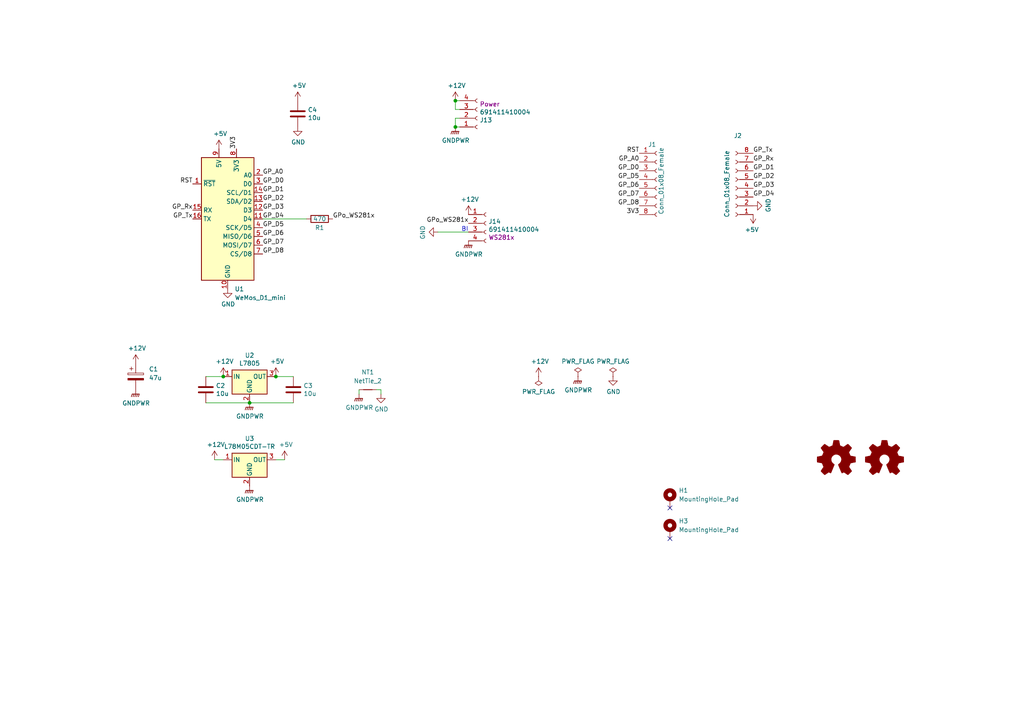
<source format=kicad_sch>
(kicad_sch (version 20211123) (generator eeschema)
  (paper "A4")
  (lib_symbols
    (symbol "Connector:Conn_01x04_Female" (pin_names (offset 1.016) hide)
      (property "Reference" "J" (at 0 5.08 0))
      (property "Value" "Conn_01x04_Female" (at 0 -7.62 0))
      (symbol "Conn_01x04_Female_1_1"
        (arc (start 0 -4.572) (mid -0.508 -5.08) (end 0 -5.588) (stroke (width 0.1524)))
        (arc (start 0 -2.032) (mid -0.508 -2.54) (end 0 -3.048) (stroke (width 0.1524)))
        (polyline (pts (xy -1.27 -5.08) (xy -0.508 -5.08)) (stroke (width 0.1524)))
        (polyline (pts (xy -1.27 -2.54) (xy -0.508 -2.54)) (stroke (width 0.1524)))
        (polyline (pts (xy -1.27 0) (xy -0.508 0)) (stroke (width 0.1524)))
        (polyline (pts (xy -1.27 2.54) (xy -0.508 2.54)) (stroke (width 0.1524)))
        (arc (start 0 0.508) (mid -0.508 0) (end 0 -0.508) (stroke (width 0.1524)))
        (arc (start 0 3.048) (mid -0.508 2.54) (end 0 2.032) (stroke (width 0.1524)))
        (pin passive line (at -5.08 2.54 0) (length 3.81) (name "Pin_1") (number "1"))
        (pin passive line (at -5.08 0 0) (length 3.81) (name "Pin_2") (number "2"))
        (pin passive line (at -5.08 -2.54 0) (length 3.81) (name "Pin_3") (number "3"))
        (pin passive line (at -5.08 -5.08 0) (length 3.81) (name "Pin_4") (number "4"))
      )
    )
    (symbol "Connector:Conn_01x08_Female" (pin_names (offset 1.016) hide)
      (property "Reference" "J" (at 0 10.16 0))
      (property "Value" "Conn_01x08_Female" (at 0 -12.7 0))
      (symbol "Conn_01x08_Female_1_1"
        (arc (start 0 -9.652) (mid -0.508 -10.16) (end 0 -10.668) (stroke (width 0.1524)))
        (arc (start 0 -7.112) (mid -0.508 -7.62) (end 0 -8.128) (stroke (width 0.1524)))
        (arc (start 0 -4.572) (mid -0.508 -5.08) (end 0 -5.588) (stroke (width 0.1524)))
        (arc (start 0 -2.032) (mid -0.508 -2.54) (end 0 -3.048) (stroke (width 0.1524)))
        (polyline (pts (xy -1.27 -10.16) (xy -0.508 -10.16)) (stroke (width 0.1524)))
        (polyline (pts (xy -1.27 -7.62) (xy -0.508 -7.62)) (stroke (width 0.1524)))
        (polyline (pts (xy -1.27 -5.08) (xy -0.508 -5.08)) (stroke (width 0.1524)))
        (polyline (pts (xy -1.27 -2.54) (xy -0.508 -2.54)) (stroke (width 0.1524)))
        (polyline (pts (xy -1.27 0) (xy -0.508 0)) (stroke (width 0.1524)))
        (polyline (pts (xy -1.27 2.54) (xy -0.508 2.54)) (stroke (width 0.1524)))
        (polyline (pts (xy -1.27 5.08) (xy -0.508 5.08)) (stroke (width 0.1524)))
        (polyline (pts (xy -1.27 7.62) (xy -0.508 7.62)) (stroke (width 0.1524)))
        (arc (start 0 0.508) (mid -0.508 0) (end 0 -0.508) (stroke (width 0.1524)))
        (arc (start 0 3.048) (mid -0.508 2.54) (end 0 2.032) (stroke (width 0.1524)))
        (arc (start 0 5.588) (mid -0.508 5.08) (end 0 4.572) (stroke (width 0.1524)))
        (arc (start 0 8.128) (mid -0.508 7.62) (end 0 7.112) (stroke (width 0.1524)))
        (pin passive line (at -5.08 7.62 0) (length 3.81) (name "Pin_1") (number "1"))
        (pin passive line (at -5.08 5.08 0) (length 3.81) (name "Pin_2") (number "2"))
        (pin passive line (at -5.08 2.54 0) (length 3.81) (name "Pin_3") (number "3"))
        (pin passive line (at -5.08 0 0) (length 3.81) (name "Pin_4") (number "4"))
        (pin passive line (at -5.08 -2.54 0) (length 3.81) (name "Pin_5") (number "5"))
        (pin passive line (at -5.08 -5.08 0) (length 3.81) (name "Pin_6") (number "6"))
        (pin passive line (at -5.08 -7.62 0) (length 3.81) (name "Pin_7") (number "7"))
        (pin passive line (at -5.08 -10.16 0) (length 3.81) (name "Pin_8") (number "8"))
      )
    )
    (symbol "Device:C" (pin_numbers hide) (pin_names (offset 0.254))
      (property "Reference" "C" (at 0.635 2.54 0))
      (property "Value" "C" (at 0.635 -2.54 0))
      (symbol "C_0_1"
        (polyline (pts (xy -2.032 -0.762) (xy 2.032 -0.762)) (stroke (width 0.508)))
        (polyline (pts (xy -2.032 0.762) (xy 2.032 0.762)) (stroke (width 0.508)))
      )
      (symbol "C_1_1"
        (pin passive line (at 0 3.81 270) (length 2.794) (name "~") (number "1"))
        (pin passive line (at 0 -3.81 90) (length 2.794) (name "~") (number "2"))
      )
    )
    (symbol "Device:C_Polarized" (pin_numbers hide) (pin_names (offset 0.254))
      (property "Reference" "C" (at 0.635 2.54 0))
      (property "Value" "C_Polarized" (at 0.635 -2.54 0))
      (symbol "C_Polarized_0_1"
        (rectangle (start -2.286 0.508) (end 2.286 1.016))
        (polyline (pts (xy -1.778 2.286) (xy -0.762 2.286)))
        (polyline (pts (xy -1.27 2.794) (xy -1.27 1.778)))
        (rectangle (start 2.286 -0.508) (end -2.286 -1.016) (fill (type outline)))
      )
      (symbol "C_Polarized_1_1"
        (pin passive line (at 0 3.81 270) (length 2.794) (name "~") (number "1"))
        (pin passive line (at 0 -3.81 90) (length 2.794) (name "~") (number "2"))
      )
    )
    (symbol "Device:NetTie_2" (pin_numbers hide) (pin_names (offset 0) hide)
      (property "Reference" "NT" (at 0 1.27 0))
      (property "Value" "NetTie_2" (at 0 -1.27 0))
      (symbol "NetTie_2_0_1"
        (polyline (pts (xy -1.27 0) (xy 1.27 0)) (stroke (width 0.254)))
      )
      (symbol "NetTie_2_1_1"
        (pin passive line (at -2.54 0 0) (length 2.54) (name "1") (number "1"))
        (pin passive line (at 2.54 0 180) (length 2.54) (name "2") (number "2"))
      )
    )
    (symbol "Device:R" (pin_numbers hide) (pin_names (offset 0))
      (property "Reference" "R" (at 2.032 0 90))
      (property "Value" "R" (at 0 0 90))
      (symbol "R_0_1"
        (rectangle (start -1.016 -2.54) (end 1.016 2.54) (stroke (width 0.254)))
      )
      (symbol "R_1_1"
        (pin passive line (at 0 3.81 270) (length 1.27) (name "~") (number "1"))
        (pin passive line (at 0 -3.81 90) (length 1.27) (name "~") (number "2"))
      )
    )
    (symbol "Graphic:Logo_Open_Hardware_Small" (pin_names (offset 1.016))
      (symbol "Logo_Open_Hardware_Small_0_1"
        (polyline (pts (xy 3.3528 -4.3434) (xy 3.302 -4.318) (xy 3.175 -4.2418) (xy 2.9972 -4.1148) (xy 2.7686 -3.9624) (xy 2.54 -3.81) (xy 2.3622 -3.7084) (xy 2.2352 -3.6068) (xy 2.1844 -3.5814) (xy 2.159 -3.6068) (xy 2.0574 -3.6576) (xy 1.905 -3.7338) (xy 1.8034 -3.7846) (xy 1.6764 -3.8354) (xy 1.6002 -3.8354) (xy 1.6002 -3.8354) (xy 1.5494 -3.7338) (xy 1.4732 -3.5306) (xy 1.3462 -3.302) (xy 1.2446 -3.0226) (xy 1.1176 -2.7178) (xy 0.9652 -2.413) (xy 0.8636 -2.1082) (xy 0.7366 -1.8288) (xy 0.6604 -1.6256) (xy 0.6096 -1.4732) (xy 0.5842 -1.397) (xy 0.5842 -1.397) (xy 0.6604 -1.3208) (xy 0.7874 -1.2446) (xy 1.0414 -1.016) (xy 1.2954 -0.6858) (xy 1.4478 -0.3302) (xy 1.524 0.0762) (xy 1.4732 0.4572) (xy 1.3208 0.8128) (xy 1.0668 1.143) (xy 0.762 1.3716) (xy 0.4064 1.524) (xy 0 1.5748) (xy -0.381 1.5494) (xy -0.7366 1.397) (xy -1.0668 1.143) (xy -1.2192 0.9906) (xy -1.397 0.6604) (xy -1.524 0.3048) (xy -1.524 0.2286) (xy -1.4986 -0.1778) (xy -1.397 -0.5334) (xy -1.1938 -0.8636) (xy -0.9144 -1.143) (xy -0.8636 -1.1684) (xy -0.7366 -1.27) (xy -0.635 -1.3462) (xy -0.5842 -1.397) (xy -1.0668 -2.5908) (xy -1.143 -2.794) (xy -1.2954 -3.1242) (xy -1.397 -3.4036) (xy -1.4986 -3.6322) (xy -1.5748 -3.7846) (xy -1.6002 -3.8354) (xy -1.6002 -3.8354) (xy -1.651 -3.8354) (xy -1.7272 -3.81) (xy -1.905 -3.7338) (xy -2.0066 -3.683) (xy -2.1336 -3.6068) (xy -2.2098 -3.5814) (xy -2.2606 -3.6068) (xy -2.3622 -3.683) (xy -2.54 -3.81) (xy -2.7686 -3.9624) (xy -2.9718 -4.0894) (xy -3.1496 -4.2164) (xy -3.302 -4.318) (xy -3.3528 -4.3434) (xy -3.3782 -4.3434) (xy -3.429 -4.318) (xy -3.5306 -4.2164) (xy -3.7084 -4.064) (xy -3.937 -3.8354) (xy -3.9624 -3.81) (xy -4.1656 -3.6068) (xy -4.318 -3.4544) (xy -4.4196 -3.3274) (xy -4.445 -3.2766) (xy -4.445 -3.2766) (xy -4.4196 -3.2258) (xy -4.318 -3.0734) (xy -4.2164 -2.8956) (xy -4.064 -2.667) (xy -3.6576 -2.0828) (xy -3.8862 -1.5494) (xy -3.937 -1.3716) (xy -4.0386 -1.1684) (xy -4.0894 -1.0414) (xy -4.1148 -0.9652) (xy -4.191 -0.9398) (xy -4.318 -0.9144) (xy -4.5466 -0.8636) (xy -4.8006 -0.8128) (xy -5.0546 -0.7874) (xy -5.2578 -0.7366) (xy -5.4356 -0.7112) (xy -5.5118 -0.6858) (xy -5.5118 -0.6858) (xy -5.5372 -0.635) (xy -5.5372 -0.5588) (xy -5.5372 -0.4318) (xy -5.5626 -0.2286) (xy -5.5626 0.0762) (xy -5.5626 0.127) (xy -5.5372 0.4064) (xy -5.5372 0.635) (xy -5.5372 0.762) (xy -5.5372 0.8382) (xy -5.5372 0.8382) (xy -5.461 0.8382) (xy -5.3086 0.889) (xy -5.08 0.9144) (xy -4.826 0.9652) (xy -4.8006 0.9906) (xy -4.5466 1.0414) (xy -4.318 1.0668) (xy -4.1656 1.1176) (xy -4.0894 1.143) (xy -4.0894 1.143) (xy -4.0386 1.2446) (xy -3.9624 1.4224) (xy -3.8608 1.6256) (xy -3.7846 1.8288) (xy -3.7084 2.0066) (xy -3.6576 2.159) (xy -3.6322 2.2098) (xy -3.6322 2.2098) (xy -3.683 2.286) (xy -3.7592 2.413) (xy -3.8862 2.5908) (xy -4.064 2.8194) (xy -4.064 2.8448) (xy -4.2164 3.0734) (xy -4.3434 3.2512) (xy -4.4196 3.3782) (xy -4.445 3.4544) (xy -4.445 3.4544) (xy -4.3942 3.5052) (xy -4.2926 3.6322) (xy -4.1148 3.81) (xy -3.937 4.0132) (xy -3.8608 4.064) (xy -3.6576 4.2926) (xy -3.5052 4.4196) (xy -3.4036 4.4958) (xy -3.3528 4.5212) (xy -3.3528 4.5212) (xy -3.302 4.4704) (xy -3.1496 4.3688) (xy -2.9718 4.2418) (xy -2.7432 4.0894) (xy -2.7178 4.0894) (xy -2.4892 3.937) (xy -2.3114 3.81) (xy -2.1844 3.7084) (xy -2.1336 3.683) (xy -2.1082 3.683) (xy -2.032 3.7084) (xy -1.8542 3.7592) (xy -1.6764 3.8354) (xy -1.4732 3.937) (xy -1.27 4.0132) (xy -1.143 4.064) (xy -1.0668 4.1148) (xy -1.0668 4.1148) (xy -1.0414 4.191) (xy -1.016 4.3434) (xy -0.9652 4.572) (xy -0.9144 4.8514) (xy -0.889 4.9022) (xy -0.8382 5.1562) (xy -0.8128 5.3848) (xy -0.7874 5.5372) (xy -0.762 5.588) (xy -0.7112 5.6134) (xy -0.5842 5.6134) (xy -0.4064 5.6134) (xy -0.1524 5.6134) (xy 0.0762 5.6134) (xy 0.3302 5.6134) (xy 0.5334 5.6134) (xy 0.6858 5.588) (xy 0.7366 5.588) (xy 0.7366 5.588) (xy 0.762 5.5118) (xy 0.8128 5.334) (xy 0.8382 5.1054) (xy 0.9144 4.826) (xy 0.9144 4.7752) (xy 0.9652 4.5212) (xy 1.016 4.2926) (xy 1.0414 4.1402) (xy 1.0668 4.0894) (xy 1.0668 4.0894) (xy 1.1938 4.0386) (xy 1.3716 3.9624) (xy 1.5748 3.8608) (xy 2.0828 3.6576) (xy 2.7178 4.0894) (xy 2.7686 4.1402) (xy 2.9972 4.2926) (xy 3.175 4.4196) (xy 3.302 4.4958) (xy 3.3782 4.5212) (xy 3.3782 4.5212) (xy 3.429 4.4704) (xy 3.556 4.3434) (xy 3.7338 4.191) (xy 3.9116 3.9878) (xy 4.064 3.8354) (xy 4.2418 3.6576) (xy 4.3434 3.556) (xy 4.4196 3.4798) (xy 4.4196 3.429) (xy 4.4196 3.4036) (xy 4.3942 3.3274) (xy 4.2926 3.2004) (xy 4.1656 2.9972) (xy 4.0132 2.794) (xy 3.8862 2.5908) (xy 3.7592 2.3876) (xy 3.6576 2.2352) (xy 3.6322 2.159) (xy 3.6322 2.1336) (xy 3.683 2.0066) (xy 3.7592 1.8288) (xy 3.8608 1.6002) (xy 4.064 1.1176) (xy 4.3942 1.0414) (xy 4.5974 1.016) (xy 4.8768 0.9652) (xy 5.1308 0.9144) (xy 5.5372 0.8382) (xy 5.5626 -0.6604) (xy 5.4864 -0.6858) (xy 5.4356 -0.6858) (xy 5.2832 -0.7366) (xy 5.0546 -0.762) (xy 4.8006 -0.8128) (xy 4.5974 -0.8636) (xy 4.3688 -0.9144) (xy 4.2164 -0.9398) (xy 4.1402 -0.9398) (xy 4.1148 -0.9652) (xy 4.064 -1.0668) (xy 3.9878 -1.2446) (xy 3.9116 -1.4478) (xy 3.81 -1.651) (xy 3.7338 -1.8542) (xy 3.683 -2.0066) (xy 3.6576 -2.0828) (xy 3.683 -2.1336) (xy 3.7846 -2.2606) (xy 3.8862 -2.4638) (xy 4.0386 -2.667) (xy 4.191 -2.8956) (xy 4.318 -3.0734) (xy 4.3942 -3.2004) (xy 4.445 -3.2766) (xy 4.4196 -3.3274) (xy 4.3434 -3.429) (xy 4.1656 -3.5814) (xy 3.937 -3.8354) (xy 3.8862 -3.8608) (xy 3.683 -4.064) (xy 3.5306 -4.2164) (xy 3.4036 -4.318) (xy 3.3528 -4.3434)) (fill (type outline)))
      )
    )
    (symbol "MCU_Module:WeMos_D1_mini"
      (property "Reference" "U" (at 3.81 19.05 0))
      (property "Value" "WeMos_D1_mini" (at 1.27 -19.05 0))
      (symbol "WeMos_D1_mini_1_1"
        (rectangle (start -7.62 17.78) (end 7.62 -17.78) (stroke (width 0.254)) (fill (type background)))
        (pin input line (at -10.16 10.16 0) (length 2.54) (name "~{RST}") (number "1"))
        (pin power_in line (at 0 -20.32 90) (length 2.54) (name "GND") (number "10"))
        (pin bidirectional line (at 10.16 0 180) (length 2.54) (name "D4") (number "11"))
        (pin bidirectional line (at 10.16 2.54 180) (length 2.54) (name "D3") (number "12"))
        (pin bidirectional line (at 10.16 5.08 180) (length 2.54) (name "SDA/D2") (number "13"))
        (pin bidirectional line (at 10.16 7.62 180) (length 2.54) (name "SCL/D1") (number "14"))
        (pin input line (at -10.16 2.54 0) (length 2.54) (name "RX") (number "15"))
        (pin output line (at -10.16 0 0) (length 2.54) (name "TX") (number "16"))
        (pin input line (at 10.16 12.7 180) (length 2.54) (name "A0") (number "2"))
        (pin bidirectional line (at 10.16 10.16 180) (length 2.54) (name "D0") (number "3"))
        (pin bidirectional line (at 10.16 -2.54 180) (length 2.54) (name "SCK/D5") (number "4"))
        (pin bidirectional line (at 10.16 -5.08 180) (length 2.54) (name "MISO/D6") (number "5"))
        (pin bidirectional line (at 10.16 -7.62 180) (length 2.54) (name "MOSI/D7") (number "6"))
        (pin bidirectional line (at 10.16 -10.16 180) (length 2.54) (name "CS/D8") (number "7"))
        (pin power_out line (at 2.54 20.32 270) (length 2.54) (name "3V3") (number "8"))
        (pin power_in line (at -2.54 20.32 270) (length 2.54) (name "5V") (number "9"))
      )
    )
    (symbol "Mechanical:MountingHole_Pad" (pin_numbers hide) (pin_names (offset 1.016) hide)
      (property "Reference" "H" (at 0 6.35 0))
      (property "Value" "MountingHole_Pad" (at 0 4.445 0))
      (symbol "MountingHole_Pad_0_1"
        (circle (center 0 1.27) (radius 1.27) (stroke (width 1.27)))
      )
      (symbol "MountingHole_Pad_1_1"
        (pin input line (at 0 -2.54 90) (length 2.54) (name "1") (number "1"))
      )
    )
    (symbol "Regulator_Linear:L7805" (pin_names (offset 0.254))
      (property "Reference" "U" (at -3.81 3.175 0))
      (property "Value" "L7805" (at 0 3.175 0))
      (symbol "L7805_0_1"
        (rectangle (start -5.08 1.905) (end 5.08 -5.08) (stroke (width 0.254)) (fill (type background)))
      )
      (symbol "L7805_1_1"
        (pin power_in line (at -7.62 0 0) (length 2.54) (name "IN") (number "1"))
        (pin power_in line (at 0 -7.62 90) (length 2.54) (name "GND") (number "2"))
        (pin power_out line (at 7.62 0 180) (length 2.54) (name "OUT") (number "3"))
      )
    )
    (symbol "power:+12V" (power) (pin_names (offset 0))
      (property "Value" "+12V" (at 0 3.556 0))
      (symbol "+12V_0_1"
        (polyline (pts (xy -0.762 1.27) (xy 0 2.54)))
        (polyline (pts (xy 0 0) (xy 0 2.54)))
        (polyline (pts (xy 0 2.54) (xy 0.762 1.27)))
      )
      (symbol "+12V_1_1"
        (pin power_in line (at 0 0 90) (length 0) hide (name "+12V") (number "1"))
      )
    )
    (symbol "power:+5V" (power) (pin_names (offset 0))
      (property "Value" "+5V" (at 0 3.556 0))
      (symbol "+5V_0_1"
        (polyline (pts (xy -0.762 1.27) (xy 0 2.54)))
        (polyline (pts (xy 0 0) (xy 0 2.54)))
        (polyline (pts (xy 0 2.54) (xy 0.762 1.27)))
      )
      (symbol "+5V_1_1"
        (pin power_in line (at 0 0 90) (length 0) hide (name "+5V") (number "1"))
      )
    )
    (symbol "power:GND" (power) (pin_names (offset 0))
      (property "Value" "GND" (at 0 -3.81 0))
      (symbol "GND_0_1"
        (polyline (pts (xy 0 0) (xy 0 -1.27) (xy 1.27 -1.27) (xy 0 -2.54) (xy -1.27 -1.27) (xy 0 -1.27)))
      )
      (symbol "GND_1_1"
        (pin power_in line (at 0 0 270) (length 0) hide (name "GND") (number "1"))
      )
    )
    (symbol "power:GNDPWR" (power) (pin_names (offset 0))
      (property "Value" "GNDPWR" (at 0 -3.302 0))
      (symbol "GNDPWR_0_1"
        (polyline (pts (xy 0 -1.27) (xy 0 0)))
        (polyline (pts (xy -1.016 -1.27) (xy -1.27 -2.032) (xy -1.27 -2.032)) (stroke (width 0.2032)))
        (polyline (pts (xy -0.508 -1.27) (xy -0.762 -2.032) (xy -0.762 -2.032)) (stroke (width 0.2032)))
        (polyline (pts (xy 0 -1.27) (xy -0.254 -2.032) (xy -0.254 -2.032)) (stroke (width 0.2032)))
        (polyline (pts (xy 0.508 -1.27) (xy 0.254 -2.032) (xy 0.254 -2.032)) (stroke (width 0.2032)))
        (polyline (pts (xy 1.016 -1.27) (xy -1.016 -1.27) (xy -1.016 -1.27)) (stroke (width 0.2032)))
        (polyline (pts (xy 1.016 -1.27) (xy 0.762 -2.032) (xy 0.762 -2.032) (xy 0.762 -2.032)) (stroke (width 0.2032)))
      )
      (symbol "GNDPWR_1_1"
        (pin power_in line (at 0 0 270) (length 0) hide (name "GNDPWR") (number "1"))
      )
    )
    (symbol "power:PWR_FLAG" (power) (pin_numbers hide) (pin_names (offset 0) hide)
      (property "Value" "PWR_FLAG" (at 0 3.81 0))
      (symbol "PWR_FLAG_0_0"
        (pin power_out line (at 0 0 90) (length 0) (name "pwr") (number "1"))
      )
      (symbol "PWR_FLAG_0_1"
        (polyline (pts (xy 0 0) (xy 0 1.27) (xy -1.016 1.905) (xy 0 2.54) (xy 1.016 1.905) (xy 0 1.27)))
      )
    )
  )
  (junction (at 132.08 36.83))
  (junction (at 80.01 109.22))
  (junction (at 132.08 29.21))
  (junction (at 72.39 116.84))
  (junction (at 64.77 109.22))
  (no_connect (at 194.31 147.32))
  (no_connect (at 194.31 156.21))
  (wire (pts (xy 109.22 113.03) (xy 110.49 113.03)))
  (wire (pts (xy 133.35 34.29) (xy 132.08 34.29)))
  (wire (pts (xy 85.09 109.22) (xy 80.01 109.22)))
  (wire (pts (xy 132.08 29.21) (xy 132.08 31.75)))
  (wire (pts (xy 82.55 133.35) (xy 80.01 133.35)))
  (wire (pts (xy 127 67.31) (xy 135.89 67.31)))
  (wire (pts (xy 132.08 29.21) (xy 133.35 29.21)))
  (wire (pts (xy 59.69 116.84) (xy 72.39 116.84)))
  (wire (pts (xy 59.69 109.22) (xy 64.77 109.22)))
  (wire (pts (xy 104.14 114.3) (xy 104.14 113.03)))
  (wire (pts (xy 88.9 63.5) (xy 76.2 63.5)))
  (wire (pts (xy 62.23 133.35) (xy 64.77 133.35)))
  (wire (pts (xy 132.08 34.29) (xy 132.08 36.83)))
  (wire (pts (xy 110.49 113.03) (xy 110.49 114.3)))
  (wire (pts (xy 133.35 31.75) (xy 132.08 31.75)))
  (wire (pts (xy 72.39 116.84) (xy 85.09 116.84)))
  (wire (pts (xy 132.08 36.83) (xy 133.35 36.83)))
  (text "BI" (at 135.89 67.31 180) (effects (font (size 1.27 1.27)) (justify right bottom)))
  (label "3V3" (at 68.58 43.18 90))
  (label "GP_D0" (at 76.2 53.34 0))
  (label "GP_D8" (at 185.42 59.69 180))
  (label "GP_A0" (at 185.42 46.99 180))
  (label "GP_D2" (at 218.44 52.07 0))
  (label "GP_D8" (at 76.2 73.66 0))
  (label "GP_D1" (at 76.2 55.88 0))
  (label "GP_A0" (at 76.2 50.8 0))
  (label "GP_D3" (at 218.44 54.61 0))
  (label "GPo_WS281x" (at 135.89 64.77 180))
  (label "GP_D2" (at 76.2 58.42 0))
  (label "GP_Tx" (at 55.88 63.5 180))
  (label "GP_Tx" (at 218.44 44.45 0))
  (label "GP_Rx" (at 218.44 46.99 0))
  (label "GP_D7" (at 76.2 71.12 0))
  (label "RST" (at 55.88 53.34 180))
  (label "RST" (at 185.42 44.45 180))
  (label "GP_D6" (at 185.42 54.61 180))
  (label "GP_D5" (at 76.2 66.04 0))
  (label "GP_D5" (at 185.42 52.07 180))
  (label "3V3" (at 185.42 62.23 180))
  (label "GPo_WS281x" (at 96.52 63.5 0))
  (label "GP_D0" (at 185.42 49.53 180))
  (label "GP_D3" (at 76.2 60.96 0))
  (label "GP_D4" (at 76.2 63.5 0))
  (label "GP_Rx" (at 55.88 60.96 180))
  (label "GP_D4" (at 218.44 57.15 0))
  (label "GP_D1" (at 218.44 49.53 0))
  (label "GP_D7" (at 185.42 57.15 180))
  (label "GP_D6" (at 76.2 68.58 0))
  (symbol (lib_id "Mechanical:MountingHole_Pad") (at 194.31 153.67 0) (unit 1)
    (property "Reference" "H3" (at 196.85 151.1299 0) (effects (justify left)))
    (property "Value" "MountingHole_Pad" (at 196.85 153.6699 0) (effects (justify left)))
    (property "Footprint" "MountingHole:MountingHole_4.3mm_M4_DIN965_Pad" (effects hide))
  )
  (symbol (lib_id "power:GNDPWR") (at 72.39 140.97 0) (unit 1)
    (property "Reference" "#PWR0122" (effects hide))
    (property "Value" "GNDPWR" (at 72.4916 144.8816 0))
  )
  (symbol (lib_id "MCU_Module:WeMos_D1_mini") (at 66.04 63.5 0) (unit 1)
    (property "Reference" "U1" (at 68.0594 83.82 0) (effects (justify left)))
    (property "Value" "WeMos_D1_mini" (at 68.0594 86.36 0) (effects (justify left)))
    (property "Footprint" "Module:WEMOS_D1_mini_light" (effects hide))
    (property "Datasheet" "https://wiki.wemos.cc/products:d1:d1_mini#documentation" (effects hide))
  )
  (symbol (lib_id "power:+12V") (at 64.77 109.22 0) (unit 1)
    (property "Reference" "#PWR0112" (effects hide))
    (property "Value" "+12V" (at 65.151 104.8258 0))
  )
  (symbol (lib_id "power:+12V") (at 39.37 105.41 0) (unit 1)
    (property "Reference" "#PWR0110" (effects hide))
    (property "Value" "+12V" (at 39.751 101.0158 0))
  )
  (symbol (lib_id "Regulator_Linear:L7805") (at 72.39 109.22 0) (unit 1)
    (property "Reference" "U2" (at 72.39 103.0732 0))
    (property "Value" "L7805" (at 72.39 105.3846 0))
    (property "Footprint" "Package_TO_SOT_THT:TO-220-3_Horizontal_TabDown" (effects hide))
    (property "Datasheet" "http://www.st.com/content/ccc/resource/technical/document/datasheet/41/4f/b3/b0/12/d4/47/88/CD00000444.pdf/files/CD00000444.pdf/jcr:content/translations/en.CD00000444.pdf" (effects hide))
  )
  (symbol (lib_id "Graphic:Logo_Open_Hardware_Small") (at 242.57 133.35 0) (unit 1)
    (property "Reference" "LOGO1" (effects hide))
    (property "Value" "Logo_Open_Hardware_Large" (effects hide))
    (property "Footprint" "GoInK:GoInK600" (effects hide))
  )
  (symbol (lib_id "Device:C") (at 59.69 113.03 0) (unit 1)
    (property "Reference" "C2" (at 62.611 111.8616 0) (effects (justify left)))
    (property "Value" "10u" (at 62.611 114.173 0) (effects (justify left)))
    (property "Footprint" "Capacitor_SMD:C_1206_3216Metric" (effects hide))
    (property "Datasheet" "https://www.mouser.fr/ProductDetail/TDK/C3216X5R1C106M160AA" (effects hide))
    (property "Umax" "16V" (effects hide))
  )
  (symbol (lib_id "Connector:Conn_01x08_Female") (at 190.5 52.07 0) (unit 1)
    (property "Reference" "J1" (at 187.96 41.91 0) (effects (justify left)))
    (property "Value" "Conn_01x08_Female" (at 191.77 62.23 90) (effects (justify left)))
    (property "Footprint" "Connector_PinHeader_2.54mm:PinHeader_1x08_P2.54mm_Vertical" (effects hide))
  )
  (symbol (lib_id "power:+12V") (at 62.23 133.35 0) (unit 1)
    (property "Reference" "#PWR0124" (effects hide))
    (property "Value" "+12V" (at 62.611 128.9558 0))
  )
  (symbol (lib_id "power:PWR_FLAG") (at 167.64 109.22 0) (unit 1)
    (property "Reference" "#FLG0101" (effects hide))
    (property "Value" "PWR_FLAG" (at 167.64 104.8258 0))
  )
  (symbol (lib_id "power:+12V") (at 132.08 29.21 0) (unit 1)
    (property "Reference" "#PWR0102" (effects hide))
    (property "Value" "+12V" (at 132.461 24.8158 0))
  )
  (symbol (lib_id "power:+5V") (at 80.01 109.22 0) (unit 1)
    (property "Reference" "#PWR0109" (effects hide))
    (property "Value" "+5V" (at 80.391 104.8258 0))
  )
  (symbol (lib_id "power:GND") (at 218.44 59.69 90) (unit 1)
    (property "Reference" "#PWR0120" (effects hide))
    (property "Value" "GND" (at 222.8342 59.563 0))
  )
  (symbol (lib_id "power:GND") (at 66.04 83.82 0) (unit 1)
    (property "Reference" "#PWR0116" (effects hide))
    (property "Value" "GND" (at 66.167 88.2142 0))
  )
  (symbol (lib_id "power:+5V") (at 86.36 29.21 0) (unit 1)
    (property "Reference" "#PWR0107" (effects hide))
    (property "Value" "+5V" (at 86.741 24.8158 0))
  )
  (symbol (lib_id "power:GNDPWR") (at 104.14 114.3 0) (unit 1)
    (property "Reference" "#PWR0113" (effects hide))
    (property "Value" "GNDPWR" (at 104.2416 118.2116 0))
  )
  (symbol (lib_id "Mechanical:MountingHole_Pad") (at 194.31 144.78 0) (unit 1)
    (property "Reference" "H1" (at 196.85 142.2399 0) (effects (justify left)))
    (property "Value" "MountingHole_Pad" (at 196.85 144.7799 0) (effects (justify left)))
    (property "Footprint" "MountingHole:MountingHole_4.3mm_M4_DIN965_Pad" (effects hide))
  )
  (symbol (lib_id "power:GND") (at 177.8 109.22 0) (unit 1)
    (property "Reference" "#PWR0119" (effects hide))
    (property "Value" "GND" (at 177.927 113.6142 0))
  )
  (symbol (lib_id "power:+5V") (at 63.5 43.18 0) (unit 1)
    (property "Reference" "#PWR0108" (effects hide))
    (property "Value" "+5V" (at 63.881 38.7858 0))
  )
  (symbol (lib_id "Device:R") (at 92.71 63.5 270) (unit 1)
    (property "Reference" "R1" (at 92.71 66.04 90))
    (property "Value" "470" (at 92.71 63.5 90))
    (property "Footprint" "Resistor_SMD:R_0603_1608Metric" (effects hide))
  )
  (symbol (lib_id "power:GND") (at 86.36 36.83 0) (unit 1)
    (property "Reference" "#PWR0106" (effects hide))
    (property "Value" "GND" (at 86.487 41.2242 0))
  )
  (symbol (lib_id "power:GNDPWR") (at 72.39 116.84 0) (unit 1)
    (property "Reference" "#PWR0115" (effects hide))
    (property "Value" "GNDPWR" (at 72.4916 120.7516 0))
  )
  (symbol (lib_id "Regulator_Linear:L7805") (at 72.39 133.35 0) (unit 1)
    (property "Reference" "U3" (at 72.39 127.2032 0))
    (property "Value" "L78M05CDT-TR" (at 72.39 129.5146 0))
    (property "Footprint" "Package_TO_SOT_SMD:TO-252-2" (effects hide))
    (property "Datasheet" "http://www.st.com/content/ccc/resource/technical/document/datasheet/41/4f/b3/b0/12/d4/47/88/CD00000444.pdf/files/CD00000444.pdf/jcr:content/translations/en.CD00000444.pdf" (effects hide))
    (property "LCSC" "C55509" (effects hide))
  )
  (symbol (lib_id "Connector:Conn_01x04_Female") (at 138.43 34.29 0) (mirror x) (unit 1)
    (property "Reference" "J13" (at 139.1412 34.8234 0) (effects (justify left)))
    (property "Value" "691411410004" (at 139.1412 32.512 0) (effects (justify left)))
    (property "Footprint" "Wurth:WR-TBL-7.62mm-4P_691411410004" (effects hide))
    (property "Info" "Power" (at 139.1412 30.2006 0) (effects (justify left)))
  )
  (symbol (lib_id "power:+5V") (at 218.44 62.23 180) (unit 1)
    (property "Reference" "#PWR0121" (effects hide))
    (property "Value" "+5V" (at 218.059 66.6242 0))
  )
  (symbol (lib_id "Device:C_Polarized") (at 39.37 109.22 0) (unit 1)
    (property "Reference" "C1" (at 43.18 107.0609 0) (effects (justify left)))
    (property "Value" "47u" (at 43.18 109.6009 0) (effects (justify left)))
    (property "Footprint" "Capacitor_THT:CP_Radial_D5.0mm_P2.00mm" (effects hide))
    (property "Datasheet" "https://www.mouser.fr/ProductDetail/710-860020472006" (effects hide))
  )
  (symbol (lib_id "Graphic:Logo_Open_Hardware_Small") (at 256.54 133.35 0) (unit 1)
    (property "Reference" "LOGO2" (effects hide))
    (property "Value" "Logo_Open_Hardware_Large" (effects hide))
    (property "Footprint" "GoInK:GoInK400" (effects hide))
  )
  (symbol (lib_id "power:GND") (at 110.49 114.3 0) (unit 1)
    (property "Reference" "#PWR0114" (effects hide))
    (property "Value" "GND" (at 110.617 118.6942 0))
  )
  (symbol (lib_id "power:PWR_FLAG") (at 156.21 109.22 180) (unit 1)
    (property "Reference" "#FLG0102" (effects hide))
    (property "Value" "PWR_FLAG" (at 156.21 113.6142 0))
  )
  (symbol (lib_id "power:GNDPWR") (at 132.08 36.83 0) (unit 1)
    (property "Reference" "#PWR0103" (effects hide))
    (property "Value" "GNDPWR" (at 132.1816 40.7416 0))
  )
  (symbol (lib_id "Device:NetTie_2") (at 106.68 113.03 0) (unit 1)
    (property "Reference" "NT1" (at 106.68 107.95 0))
    (property "Value" "NetTie_2" (at 106.68 110.49 0))
    (property "Footprint" "NetTie:NetTie-2_SMD_Pad0.5mm" (effects hide))
  )
  (symbol (lib_id "power:GNDPWR") (at 167.64 109.22 0) (unit 1)
    (property "Reference" "#PWR0118" (effects hide))
    (property "Value" "GNDPWR" (at 167.7416 113.1316 0))
  )
  (symbol (lib_id "power:GNDPWR") (at 39.37 113.03 0) (unit 1)
    (property "Reference" "#PWR0111" (effects hide))
    (property "Value" "GNDPWR" (at 39.4716 116.9416 0))
  )
  (symbol (lib_id "power:GND") (at 127 67.31 270) (unit 1)
    (property "Reference" "#PWR0104" (effects hide))
    (property "Value" "GND" (at 122.6058 67.437 0))
  )
  (symbol (lib_id "power:GNDPWR") (at 135.89 69.85 0) (unit 1)
    (property "Reference" "#PWR0105" (effects hide))
    (property "Value" "GNDPWR" (at 135.9916 73.7616 0))
  )
  (symbol (lib_id "power:+12V") (at 156.21 109.22 0) (unit 1)
    (property "Reference" "#PWR0117" (effects hide))
    (property "Value" "+12V" (at 156.591 104.8258 0))
  )
  (symbol (lib_id "Connector:Conn_01x08_Female") (at 213.36 54.61 180) (unit 1)
    (property "Reference" "J2" (at 213.995 39.37 0))
    (property "Value" "Conn_01x08_Female" (at 210.82 53.34 90))
    (property "Footprint" "Connector_PinHeader_2.54mm:PinHeader_1x08_P2.54mm_Vertical" (effects hide))
  )
  (symbol (lib_id "Device:C") (at 86.36 33.02 0) (unit 1)
    (property "Reference" "C4" (at 89.281 31.8516 0) (effects (justify left)))
    (property "Value" "10u" (at 89.281 34.163 0) (effects (justify left)))
    (property "Footprint" "Capacitor_SMD:C_1206_3216Metric" (effects hide))
    (property "Datasheet" "https://www.mouser.fr/ProductDetail/TDK/C3216X5R1C106M160AA" (effects hide))
    (property "Umax" "16V" (effects hide))
  )
  (symbol (lib_id "power:+5V") (at 82.55 133.35 0) (unit 1)
    (property "Reference" "#PWR0123" (effects hide))
    (property "Value" "+5V" (at 82.931 128.9558 0))
  )
  (symbol (lib_id "Connector:Conn_01x04_Female") (at 140.97 64.77 0) (unit 1)
    (property "Reference" "J14" (at 141.6812 64.2366 0) (effects (justify left)))
    (property "Value" "691411410004" (at 141.6812 66.548 0) (effects (justify left)))
    (property "Footprint" "Wurth:WR-TBL-7.62mm-4P_691411410004" (effects hide))
    (property "Info" "WS281x" (at 141.6812 68.8594 0) (effects (justify left)))
  )
  (symbol (lib_id "power:+12V") (at 135.89 62.23 0) (unit 1)
    (property "Reference" "#PWR0101" (effects hide))
    (property "Value" "+12V" (at 136.271 57.8358 0))
  )
  (symbol (lib_id "power:PWR_FLAG") (at 177.8 109.22 0) (unit 1)
    (property "Reference" "#FLG0103" (effects hide))
    (property "Value" "PWR_FLAG" (at 177.8 104.8258 0))
  )
  (symbol (lib_id "Device:C") (at 85.09 113.03 0) (unit 1)
    (property "Reference" "C3" (at 88.011 111.8616 0) (effects (justify left)))
    (property "Value" "10u" (at 88.011 114.173 0) (effects (justify left)))
    (property "Footprint" "Capacitor_SMD:C_1206_3216Metric" (effects hide))
    (property "Datasheet" "https://www.mouser.fr/ProductDetail/TDK/C3216X5R1C106M160AA" (effects hide))
    (property "Umax" "16V" (effects hide))
  )
)
</source>
